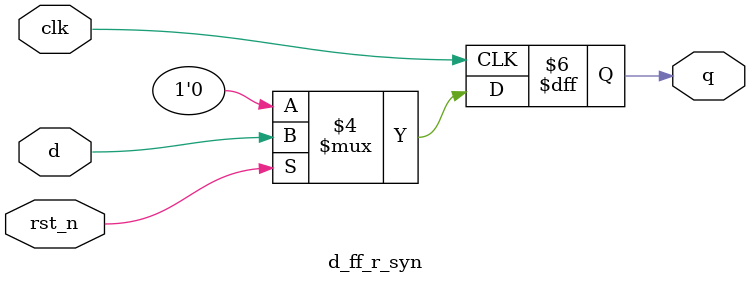
<source format=v>
module d_ff_r_syn(
    input clk, rst_n, d,
    output reg q);
    always @ (posedge clk)
    begin
        if (rst_n == 0)
            q <= 1'b0;
        else 
            q <= d;
    end
endmodule

/*
ËµÃ÷£ºÕâ¶Î´úÂëÖÐÓÖÐÂ³öÏÖÁË begin¡¢ end¡¢ if¡¢ else ËÄ¸ö¹Ø¼ü×Ö£¬
ÆäÖÐ begin/end±ØÐë³É¶Ô³öÏÖ£¬ÓÃÓÚ±íÕ÷Óï¾ä¿éµÄ×÷ÓÃÇø¼ä£¬
ÈçÉÏÊöÀý×ÓÖÐ£¬ begin/end Ö®¼äµÄ´úÂë¶¼ÊôÓÚÍ¬Ò» always ¿é¡£ 
if¡¢ else ÓÃÓÚÌõ¼þÅÐ¶Ï£¬ÔÚºÜ¶àÆäËüÓïÑÔÖÐ¶¼ÓÐ³öÏÖ£¬Æäº¬ÒåÒ²¶¼Ò»Ñù£¬´Ë´¦²»ÔÙ×¸Êö¡£ 
¡°1¡¯b0¡±ÊÇÒ»ÖÖÊý¾Ý±íÊ¾·½Ê½£¬Ò»°ã¸ñÊ½Îª¡°Êý¾ÝÎ»¿í¡¯½øÖÆÊýÖµ¡±£¬
±¾ÀýÖÐ±íÊ¾ÕâÊÇÒ»¸ö 1bit µÄÊý¾Ý£¬ÓÃ¶þ½øÖÆ±íÊ¾£¬ÆäÖµÎª 0¡£
*/

</source>
